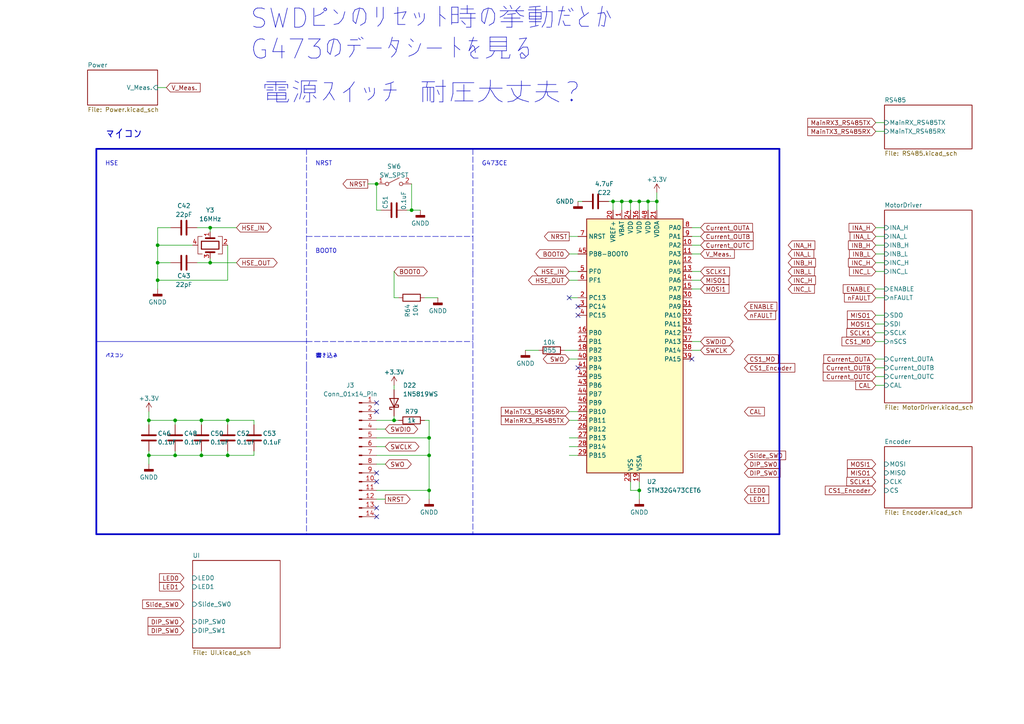
<source format=kicad_sch>
(kicad_sch (version 20230121) (generator eeschema)
  (paper "A4")
  (lib_symbols
    (symbol "Connector:Conn_01x14_Pin" (pin_names (offset 1.016) hide)
      (property "Reference" "J" (at 0 17.78 0))
      (property "Value" "Conn_01x14_Pin" (at 0 -20.32 0))
      (symbol "Conn_01x14_Pin_1_1"
        (polyline (pts (xy 1.27 -17.78) (xy 0.8636 -17.78)) (stroke (width 0.1524)))
        (polyline (pts (xy 1.27 -15.24) (xy 0.8636 -15.24)) (stroke (width 0.1524)))
        (polyline (pts (xy 1.27 -12.7) (xy 0.8636 -12.7)) (stroke (width 0.1524)))
        (polyline (pts (xy 1.27 -10.16) (xy 0.8636 -10.16)) (stroke (width 0.1524)))
        (polyline (pts (xy 1.27 -7.62) (xy 0.8636 -7.62)) (stroke (width 0.1524)))
        (polyline (pts (xy 1.27 -5.08) (xy 0.8636 -5.08)) (stroke (width 0.1524)))
        (polyline (pts (xy 1.27 -2.54) (xy 0.8636 -2.54)) (stroke (width 0.1524)))
        (polyline (pts (xy 1.27 0) (xy 0.8636 0)) (stroke (width 0.1524)))
        (polyline (pts (xy 1.27 2.54) (xy 0.8636 2.54)) (stroke (width 0.1524)))
        (polyline (pts (xy 1.27 5.08) (xy 0.8636 5.08)) (stroke (width 0.1524)))
        (polyline (pts (xy 1.27 7.62) (xy 0.8636 7.62)) (stroke (width 0.1524)))
        (polyline (pts (xy 1.27 10.16) (xy 0.8636 10.16)) (stroke (width 0.1524)))
        (polyline (pts (xy 1.27 12.7) (xy 0.8636 12.7)) (stroke (width 0.1524)))
        (polyline (pts (xy 1.27 15.24) (xy 0.8636 15.24)) (stroke (width 0.1524)))
        (rectangle (start 0.8636 -17.653) (end 0 -17.907) (stroke (width 0.1524)) (fill (type outline)))
        (rectangle (start 0.8636 -15.113) (end 0 -15.367) (stroke (width 0.1524)) (fill (type outline)))
        (rectangle (start 0.8636 -12.573) (end 0 -12.827) (stroke (width 0.1524)) (fill (type outline)))
        (rectangle (start 0.8636 -10.033) (end 0 -10.287) (stroke (width 0.1524)) (fill (type outline)))
        (rectangle (start 0.8636 -7.493) (end 0 -7.747) (stroke (width 0.1524)) (fill (type outline)))
        (rectangle (start 0.8636 -4.953) (end 0 -5.207) (stroke (width 0.1524)) (fill (type outline)))
        (rectangle (start 0.8636 -2.413) (end 0 -2.667) (stroke (width 0.1524)) (fill (type outline)))
        (rectangle (start 0.8636 0.127) (end 0 -0.127) (stroke (width 0.1524)) (fill (type outline)))
        (rectangle (start 0.8636 2.667) (end 0 2.413) (stroke (width 0.1524)) (fill (type outline)))
        (rectangle (start 0.8636 5.207) (end 0 4.953) (stroke (width 0.1524)) (fill (type outline)))
        (rectangle (start 0.8636 7.747) (end 0 7.493) (stroke (width 0.1524)) (fill (type outline)))
        (rectangle (start 0.8636 10.287) (end 0 10.033) (stroke (width 0.1524)) (fill (type outline)))
        (rectangle (start 0.8636 12.827) (end 0 12.573) (stroke (width 0.1524)) (fill (type outline)))
        (rectangle (start 0.8636 15.367) (end 0 15.113) (stroke (width 0.1524)) (fill (type outline)))
        (pin passive line (at 5.08 15.24 180) (length 3.81) (name "Pin_1") (number "1"))
        (pin passive line (at 5.08 -7.62 180) (length 3.81) (name "Pin_10") (number "10"))
        (pin passive line (at 5.08 -10.16 180) (length 3.81) (name "Pin_11") (number "11"))
        (pin passive line (at 5.08 -12.7 180) (length 3.81) (name "Pin_12") (number "12"))
        (pin passive line (at 5.08 -15.24 180) (length 3.81) (name "Pin_13") (number "13"))
        (pin passive line (at 5.08 -17.78 180) (length 3.81) (name "Pin_14") (number "14"))
        (pin passive line (at 5.08 12.7 180) (length 3.81) (name "Pin_2") (number "2"))
        (pin passive line (at 5.08 10.16 180) (length 3.81) (name "Pin_3") (number "3"))
        (pin passive line (at 5.08 7.62 180) (length 3.81) (name "Pin_4") (number "4"))
        (pin passive line (at 5.08 5.08 180) (length 3.81) (name "Pin_5") (number "5"))
        (pin passive line (at 5.08 2.54 180) (length 3.81) (name "Pin_6") (number "6"))
        (pin passive line (at 5.08 0 180) (length 3.81) (name "Pin_7") (number "7"))
        (pin passive line (at 5.08 -2.54 180) (length 3.81) (name "Pin_8") (number "8"))
        (pin passive line (at 5.08 -5.08 180) (length 3.81) (name "Pin_9") (number "9"))
      )
    )
    (symbol "D_Schottky_3" (pin_numbers hide) (pin_names (offset 1.016) hide)
      (property "Reference" "D" (at 0 2.54 0))
      (property "Value" "D_Schottky_3" (at 0 -2.54 0))
      (symbol "D_Schottky_3_0_1"
        (polyline (pts (xy 1.27 0) (xy -1.27 0)))
        (polyline (pts (xy 1.27 1.27) (xy 1.27 -1.27) (xy -1.27 0) (xy 1.27 1.27)) (stroke (width 0.254)))
        (polyline (pts (xy -1.905 0.635) (xy -1.905 1.27) (xy -1.27 1.27) (xy -1.27 -1.27) (xy -0.635 -1.27) (xy -0.635 -0.635)) (stroke (width 0.254)))
      )
      (symbol "D_Schottky_3_1_1"
        (pin passive line (at -3.81 0 0) (length 2.54) (name "K") (number "1"))
        (pin passive line (at 3.81 0 180) (length 2.54) (name "A") (number "2"))
      )
    )
    (symbol "Device:C" (pin_numbers hide) (pin_names (offset 0.254))
      (property "Reference" "C" (at 0.635 2.54 0))
      (property "Value" "C" (at 0.635 -2.54 0))
      (symbol "C_0_1"
        (polyline (pts (xy -2.032 -0.762) (xy 2.032 -0.762)) (stroke (width 0.508)))
        (polyline (pts (xy -2.032 0.762) (xy 2.032 0.762)) (stroke (width 0.508)))
      )
      (symbol "C_1_1"
        (pin passive line (at 0 3.81 270) (length 2.794) (name "~") (number "1"))
        (pin passive line (at 0 -3.81 90) (length 2.794) (name "~") (number "2"))
      )
    )
    (symbol "Device:Crystal_GND24" (pin_names (offset 1.016) hide)
      (property "Reference" "Y" (at 3.175 5.08 0))
      (property "Value" "Crystal_GND24" (at 3.175 3.175 0))
      (symbol "Crystal_GND24_0_1"
        (rectangle (start -1.143 2.54) (end 1.143 -2.54) (stroke (width 0.3048)))
        (polyline (pts (xy -2.54 0) (xy -2.032 0)))
        (polyline (pts (xy -2.032 -1.27) (xy -2.032 1.27)) (stroke (width 0.508)))
        (polyline (pts (xy 0 -3.81) (xy 0 -3.556)))
        (polyline (pts (xy 0 3.556) (xy 0 3.81)))
        (polyline (pts (xy 2.032 -1.27) (xy 2.032 1.27)) (stroke (width 0.508)))
        (polyline (pts (xy 2.032 0) (xy 2.54 0)))
        (polyline (pts (xy -2.54 -2.286) (xy -2.54 -3.556) (xy 2.54 -3.556) (xy 2.54 -2.286)))
        (polyline (pts (xy -2.54 2.286) (xy -2.54 3.556) (xy 2.54 3.556) (xy 2.54 2.286)))
      )
      (symbol "Crystal_GND24_1_1"
        (pin passive line (at -3.81 0 0) (length 1.27) (name "1") (number "1"))
        (pin passive line (at 0 5.08 270) (length 1.27) (name "2") (number "2"))
        (pin passive line (at 3.81 0 180) (length 1.27) (name "3") (number "3"))
        (pin passive line (at 0 -5.08 90) (length 1.27) (name "4") (number "4"))
      )
    )
    (symbol "Device:R" (pin_numbers hide) (pin_names (offset 0))
      (property "Reference" "R" (at 2.032 0 90))
      (property "Value" "R" (at 0 0 90))
      (symbol "R_0_1"
        (rectangle (start -1.016 -2.54) (end 1.016 2.54) (stroke (width 0.254)))
      )
      (symbol "R_1_1"
        (pin passive line (at 0 3.81 270) (length 1.27) (name "~") (number "1"))
        (pin passive line (at 0 -3.81 90) (length 1.27) (name "~") (number "2"))
      )
    )
    (symbol "MCU_ST_STM32G4:STM32G473CETx"
      (property "Reference" "U2" (at 4.7341 -38.1 0))
      (property "Value" "STM32G473CET6" (at 4.7341 -40.64 0))
      (symbol "STM32G473CETx_0_1"
        (rectangle (start -12.7 -35.56) (end 15.24 38.1) (stroke (width 0.254)) (fill (type background)))
      )
      (symbol "STM32G473CETx_1_1"
        (pin power_in line (at -2.54 40.64 270) (length 2.54) (name "VBAT") (number "1"))
        (pin bidirectional line (at 17.78 30.48 180) (length 2.54) (name "PA2") (number "10"))
        (pin bidirectional line (at 17.78 27.94 180) (length 2.54) (name "PA3") (number "11"))
        (pin bidirectional line (at 17.78 25.4 180) (length 2.54) (name "PA4") (number "12"))
        (pin bidirectional line (at 17.78 22.86 180) (length 2.54) (name "PA5") (number "13"))
        (pin bidirectional line (at 17.78 20.32 180) (length 2.54) (name "PA6") (number "14"))
        (pin bidirectional line (at 17.78 17.78 180) (length 2.54) (name "PA7") (number "15"))
        (pin bidirectional line (at -15.24 5.08 0) (length 2.54) (name "PB0") (number "16"))
        (pin bidirectional line (at -15.24 2.54 0) (length 2.54) (name "PB1") (number "17"))
        (pin bidirectional line (at -15.24 0 0) (length 2.54) (name "PB2") (number "18"))
        (pin power_in line (at 2.54 -38.1 90) (length 2.54) (name "VSSA") (number "19"))
        (pin bidirectional line (at -15.24 15.24 0) (length 2.54) (name "PC13") (number "2"))
        (pin input line (at -5.08 40.64 270) (length 2.54) (name "VREF+") (number "20"))
        (pin power_in line (at 7.62 40.64 270) (length 2.54) (name "VDDA") (number "21"))
        (pin bidirectional line (at -15.24 -17.78 0) (length 2.54) (name "PB10") (number "22"))
        (pin power_in line (at 0 -38.1 90) (length 2.54) (name "VSS") (number "23"))
        (pin power_in line (at 0 40.64 270) (length 2.54) (name "VDD") (number "24"))
        (pin bidirectional line (at -15.24 -20.32 0) (length 2.54) (name "PB11") (number "25"))
        (pin bidirectional line (at -15.24 -22.86 0) (length 2.54) (name "PB12") (number "26"))
        (pin bidirectional line (at -15.24 -25.4 0) (length 2.54) (name "PB13") (number "27"))
        (pin bidirectional line (at -15.24 -27.94 0) (length 2.54) (name "PB14") (number "28"))
        (pin bidirectional line (at -15.24 -30.48 0) (length 2.54) (name "PB15") (number "29"))
        (pin bidirectional line (at -15.24 12.7 0) (length 2.54) (name "PC14") (number "3"))
        (pin bidirectional line (at 17.78 15.24 180) (length 2.54) (name "PA8") (number "30"))
        (pin bidirectional line (at 17.78 12.7 180) (length 2.54) (name "PA9") (number "31"))
        (pin bidirectional line (at 17.78 10.16 180) (length 2.54) (name "PA10") (number "32"))
        (pin bidirectional line (at 17.78 7.62 180) (length 2.54) (name "PA11") (number "33"))
        (pin bidirectional line (at 17.78 5.08 180) (length 2.54) (name "PA12") (number "34"))
        (pin passive line (at 0 -38.1 90) (length 2.54) hide (name "VSS") (number "35"))
        (pin power_in line (at 2.54 40.64 270) (length 2.54) (name "VDD") (number "36"))
        (pin bidirectional line (at 17.78 2.54 180) (length 2.54) (name "PA13") (number "37"))
        (pin bidirectional line (at 17.78 0 180) (length 2.54) (name "PA14") (number "38"))
        (pin bidirectional line (at 17.78 -2.54 180) (length 2.54) (name "PA15") (number "39"))
        (pin bidirectional line (at -15.24 10.16 0) (length 2.54) (name "PC15") (number "4"))
        (pin bidirectional line (at -15.24 -2.54 0) (length 2.54) (name "PB3") (number "40"))
        (pin bidirectional line (at -15.24 -5.08 0) (length 2.54) (name "PB4") (number "41"))
        (pin bidirectional line (at -15.24 -7.62 0) (length 2.54) (name "PB5") (number "42"))
        (pin bidirectional line (at -15.24 -10.16 0) (length 2.54) (name "PB6") (number "43"))
        (pin bidirectional line (at -15.24 -12.7 0) (length 2.54) (name "PB7") (number "44"))
        (pin bidirectional line (at -15.24 27.94 0) (length 2.54) (name "PB8-BOOT0") (number "45"))
        (pin bidirectional line (at -15.24 -15.24 0) (length 2.54) (name "PB9") (number "46"))
        (pin passive line (at 0 -38.1 90) (length 2.54) hide (name "VSS") (number "47"))
        (pin power_in line (at 5.08 40.64 270) (length 2.54) (name "VDD") (number "48"))
        (pin bidirectional line (at -15.24 22.86 0) (length 2.54) (name "PF0") (number "5"))
        (pin bidirectional line (at -15.24 20.32 0) (length 2.54) (name "PF1") (number "6"))
        (pin bidirectional line (at -15.24 33.02 0) (length 2.54) (name "NRST") (number "7"))
        (pin bidirectional line (at 17.78 35.56 180) (length 2.54) (name "PA0") (number "8"))
        (pin bidirectional line (at 17.78 33.02 180) (length 2.54) (name "PA1") (number "9"))
      )
    )
    (symbol "Switch:SW_SPST" (pin_names (offset 0) hide)
      (property "Reference" "SW" (at 0 3.175 0))
      (property "Value" "SW_SPST" (at 0 -2.54 0))
      (symbol "SW_SPST_0_0"
        (circle (center -2.032 0) (radius 0.508))
        (polyline (pts (xy -1.524 0.254) (xy 1.524 1.778)))
        (circle (center 2.032 0) (radius 0.508))
      )
      (symbol "SW_SPST_1_1"
        (pin passive line (at -5.08 0 0) (length 2.54) (name "A") (number "1"))
        (pin passive line (at 5.08 0 180) (length 2.54) (name "B") (number "2"))
      )
    )
    (symbol "power:+3.3V" (power) (pin_names (offset 0))
      (property "Value" "+3.3V" (at 0 3.556 0))
      (symbol "+3.3V_0_1"
        (polyline (pts (xy -0.762 1.27) (xy 0 2.54)))
        (polyline (pts (xy 0 0) (xy 0 2.54)))
        (polyline (pts (xy 0 2.54) (xy 0.762 1.27)))
      )
      (symbol "+3.3V_1_1"
        (pin power_in line (at 0 0 90) (length 0) hide (name "+3.3V") (number "1"))
      )
    )
    (symbol "power:GNDD" (power) (pin_names (offset 0))
      (property "Value" "GNDD" (at 0 -3.175 0))
      (symbol "GNDD_0_1"
        (rectangle (start -1.27 -1.524) (end 1.27 -2.032) (stroke (width 0.254)) (fill (type outline)))
        (polyline (pts (xy 0 0) (xy 0 -1.524)))
      )
      (symbol "GNDD_1_1"
        (pin power_in line (at 0 0 270) (length 0) hide (name "GNDD") (number "1"))
      )
    )
  )
  (junction (at 124.46 132.08))
  (junction (at 45.72 76.2))
  (junction (at 43.18 132.08))
  (junction (at 58.42 121.92))
  (junction (at 109.22 53.34))
  (junction (at 182.88 58.42))
  (junction (at 185.42 142.24))
  (junction (at 180.34 58.42))
  (junction (at 66.04 121.92))
  (junction (at 114.3 121.92))
  (junction (at 60.96 66.04))
  (junction (at 124.46 142.24))
  (junction (at 66.04 132.08))
  (junction (at 124.46 127))
  (junction (at 190.5 58.42))
  (junction (at 60.96 76.2))
  (junction (at 45.72 71.12))
  (junction (at 43.18 121.92))
  (junction (at 50.8 132.08))
  (junction (at 177.8 58.42))
  (junction (at 119.38 60.96))
  (junction (at 50.8 121.92))
  (junction (at 187.96 58.42))
  (junction (at 185.42 58.42))
  (junction (at 45.72 81.28))
  (junction (at 58.42 132.08))
  (no_connect (at 109.22 119.38))
  (no_connect (at 109.22 137.16))
  (no_connect (at 167.64 91.44))
  (no_connect (at 109.22 147.32))
  (no_connect (at 165.1 86.36))
  (no_connect (at 167.64 106.68))
  (no_connect (at 167.64 88.9))
  (no_connect (at 109.22 149.86))
  (no_connect (at 109.22 116.84))
  (no_connect (at 200.66 104.14))
  (no_connect (at 109.22 139.7))
  (wire (pts (xy 254 73.66) (xy 256.54 73.66)))
  (wire (pts (xy 68.58 66.04) (xy 60.96 66.04)))
  (wire (pts (xy 109.22 127) (xy 124.46 127)))
  (wire (pts (xy 165.1 104.14) (xy 167.64 104.14)))
  (wire (pts (xy 45.72 81.28) (xy 66.04 81.28)))
  (wire (pts (xy 60.96 76.2) (xy 68.58 76.2)))
  (wire (pts (xy 124.46 121.92) (xy 124.46 127)))
  (wire (pts (xy 58.42 132.08) (xy 66.04 132.08)))
  (wire (pts (xy 119.38 53.34) (xy 119.38 60.96)))
  (polyline (pts (xy 137.16 78.74) (xy 137.16 154.94)) (stroke (width 0) (type dash)))
  (wire (pts (xy 200.66 73.66) (xy 203.2 73.66)))
  (wire (pts (xy 66.04 71.12) (xy 66.04 81.28)))
  (wire (pts (xy 106.68 53.34) (xy 109.22 53.34)))
  (wire (pts (xy 185.42 142.24) (xy 185.42 144.78)))
  (wire (pts (xy 165.1 86.36) (xy 167.64 86.36)))
  (wire (pts (xy 43.18 121.92) (xy 50.8 121.92)))
  (wire (pts (xy 119.38 60.96) (xy 121.92 60.96)))
  (wire (pts (xy 114.3 120.65) (xy 114.3 121.92)))
  (wire (pts (xy 190.5 58.42) (xy 190.5 60.96)))
  (wire (pts (xy 165.1 119.38) (xy 167.64 119.38)))
  (wire (pts (xy 124.46 142.24) (xy 124.46 132.08)))
  (wire (pts (xy 254 83.82) (xy 256.54 83.82)))
  (wire (pts (xy 185.42 142.24) (xy 185.42 139.7)))
  (wire (pts (xy 58.42 130.81) (xy 58.42 132.08)))
  (wire (pts (xy 254 91.44) (xy 256.54 91.44)))
  (wire (pts (xy 165.1 129.54) (xy 167.64 129.54)))
  (wire (pts (xy 156.21 101.6) (xy 152.4 101.6)))
  (wire (pts (xy 43.18 119.38) (xy 43.18 121.92)))
  (wire (pts (xy 200.66 66.04) (xy 203.2 66.04)))
  (wire (pts (xy 254 109.22) (xy 256.54 109.22)))
  (wire (pts (xy 200.66 78.74) (xy 203.2 78.74)))
  (wire (pts (xy 114.3 111.76) (xy 114.3 113.03)))
  (wire (pts (xy 165.1 81.28) (xy 167.64 81.28)))
  (wire (pts (xy 124.46 144.78) (xy 124.46 142.24)))
  (wire (pts (xy 119.38 60.96) (xy 118.11 60.96)))
  (wire (pts (xy 109.22 124.46) (xy 111.76 124.46)))
  (wire (pts (xy 165.1 121.92) (xy 167.64 121.92)))
  (wire (pts (xy 182.88 142.24) (xy 182.88 139.7)))
  (wire (pts (xy 200.66 71.12) (xy 203.2 71.12)))
  (wire (pts (xy 57.15 76.2) (xy 60.96 76.2)))
  (wire (pts (xy 43.18 132.08) (xy 43.18 134.62)))
  (wire (pts (xy 254 93.98) (xy 256.54 93.98)))
  (wire (pts (xy 200.66 99.06) (xy 203.2 99.06)))
  (wire (pts (xy 187.96 58.42) (xy 190.5 58.42)))
  (wire (pts (xy 45.72 66.04) (xy 45.72 71.12)))
  (wire (pts (xy 43.18 121.92) (xy 43.18 123.19)))
  (polyline (pts (xy 88.9 43.18) (xy 88.9 106.68)) (stroke (width 0) (type dash)))
  (wire (pts (xy 182.88 142.24) (xy 185.42 142.24)))
  (wire (pts (xy 254 99.06) (xy 256.54 99.06)))
  (wire (pts (xy 109.22 132.08) (xy 124.46 132.08)))
  (wire (pts (xy 109.22 144.78) (xy 111.76 144.78)))
  (wire (pts (xy 180.34 60.96) (xy 180.34 58.42)))
  (wire (pts (xy 254 35.56) (xy 256.54 35.56)))
  (wire (pts (xy 114.3 86.36) (xy 115.57 86.36)))
  (wire (pts (xy 182.88 58.42) (xy 185.42 58.42)))
  (wire (pts (xy 190.5 55.88) (xy 190.5 58.42)))
  (polyline (pts (xy 88.9 106.68) (xy 88.9 154.94)) (stroke (width 0) (type dash)))
  (wire (pts (xy 45.72 83.82) (xy 45.72 81.28)))
  (wire (pts (xy 60.96 66.04) (xy 60.96 67.31)))
  (wire (pts (xy 114.3 121.92) (xy 115.57 121.92)))
  (wire (pts (xy 45.72 76.2) (xy 45.72 81.28)))
  (wire (pts (xy 182.88 58.42) (xy 182.88 60.96)))
  (wire (pts (xy 165.1 78.74) (xy 167.64 78.74)))
  (wire (pts (xy 165.1 73.66) (xy 167.64 73.66)))
  (wire (pts (xy 73.66 132.08) (xy 73.66 130.81)))
  (wire (pts (xy 43.18 132.08) (xy 50.8 132.08)))
  (wire (pts (xy 165.1 68.58) (xy 167.64 68.58)))
  (wire (pts (xy 185.42 58.42) (xy 187.96 58.42)))
  (wire (pts (xy 254 38.1) (xy 256.54 38.1)))
  (wire (pts (xy 176.53 58.42) (xy 177.8 58.42)))
  (wire (pts (xy 109.22 134.62) (xy 111.76 134.62)))
  (wire (pts (xy 109.22 60.96) (xy 110.49 60.96)))
  (wire (pts (xy 109.22 129.54) (xy 111.76 129.54)))
  (wire (pts (xy 114.3 121.92) (xy 109.22 121.92)))
  (wire (pts (xy 180.34 58.42) (xy 182.88 58.42)))
  (polyline (pts (xy 88.9 68.58) (xy 137.16 68.58)) (stroke (width 0) (type dash)))
  (wire (pts (xy 50.8 130.81) (xy 50.8 132.08)))
  (polyline (pts (xy 27.94 154.94) (xy 226.06 154.94)) (stroke (width 0.5) (type solid)))
  (wire (pts (xy 123.19 121.92) (xy 124.46 121.92)))
  (wire (pts (xy 114.3 78.74) (xy 114.3 86.36)))
  (wire (pts (xy 73.66 121.92) (xy 73.66 123.19)))
  (wire (pts (xy 66.04 121.92) (xy 66.04 123.19)))
  (polyline (pts (xy 27.94 43.18) (xy 226.06 43.18)) (stroke (width 0.5) (type solid)))
  (wire (pts (xy 58.42 121.92) (xy 66.04 121.92)))
  (wire (pts (xy 254 106.68) (xy 256.54 106.68)))
  (wire (pts (xy 43.18 130.81) (xy 43.18 132.08)))
  (wire (pts (xy 66.04 130.81) (xy 66.04 132.08)))
  (wire (pts (xy 50.8 132.08) (xy 58.42 132.08)))
  (wire (pts (xy 177.8 58.42) (xy 180.34 58.42)))
  (wire (pts (xy 185.42 60.96) (xy 185.42 58.42)))
  (polyline (pts (xy 137.16 43.18) (xy 137.16 78.74)) (stroke (width 0) (type dash)))
  (wire (pts (xy 254 96.52) (xy 256.54 96.52)))
  (wire (pts (xy 167.64 101.6) (xy 163.83 101.6)))
  (wire (pts (xy 45.72 25.4) (xy 48.26 25.4)))
  (wire (pts (xy 200.66 83.82) (xy 203.2 83.82)))
  (wire (pts (xy 123.19 86.36) (xy 127 86.36)))
  (wire (pts (xy 254 68.58) (xy 256.54 68.58)))
  (wire (pts (xy 60.96 74.93) (xy 60.96 76.2)))
  (wire (pts (xy 109.22 53.34) (xy 109.22 60.96)))
  (polyline (pts (xy 88.9 99.06) (xy 137.16 99.06)) (stroke (width 0) (type dash)))
  (wire (pts (xy 58.42 121.92) (xy 58.42 123.19)))
  (wire (pts (xy 66.04 132.08) (xy 73.66 132.08)))
  (wire (pts (xy 168.91 58.42) (xy 167.64 58.42)))
  (wire (pts (xy 254 104.14) (xy 256.54 104.14)))
  (wire (pts (xy 254 78.74) (xy 256.54 78.74)))
  (polyline (pts (xy 226.06 154.94) (xy 226.06 43.18)) (stroke (width 0.5) (type solid)))
  (wire (pts (xy 254 86.36) (xy 256.54 86.36)))
  (wire (pts (xy 200.66 81.28) (xy 203.2 81.28)))
  (wire (pts (xy 165.1 132.08) (xy 167.64 132.08)))
  (wire (pts (xy 165.1 127) (xy 167.64 127)))
  (wire (pts (xy 57.15 66.04) (xy 60.96 66.04)))
  (wire (pts (xy 177.8 58.42) (xy 177.8 60.96)))
  (wire (pts (xy 187.96 58.42) (xy 187.96 60.96)))
  (wire (pts (xy 254 111.76) (xy 256.54 111.76)))
  (wire (pts (xy 254 66.04) (xy 256.54 66.04)))
  (wire (pts (xy 109.22 142.24) (xy 124.46 142.24)))
  (wire (pts (xy 45.72 71.12) (xy 55.88 71.12)))
  (wire (pts (xy 66.04 121.92) (xy 73.66 121.92)))
  (wire (pts (xy 254 76.2) (xy 256.54 76.2)))
  (polyline (pts (xy 27.94 43.18) (xy 27.94 154.94)) (stroke (width 0.5) (type solid)))
  (wire (pts (xy 254 71.12) (xy 256.54 71.12)))
  (wire (pts (xy 124.46 132.08) (xy 124.46 127)))
  (wire (pts (xy 45.72 71.12) (xy 45.72 76.2)))
  (wire (pts (xy 50.8 121.92) (xy 50.8 123.19)))
  (wire (pts (xy 49.53 66.04) (xy 45.72 66.04)))
  (wire (pts (xy 50.8 121.92) (xy 58.42 121.92)))
  (wire (pts (xy 45.72 76.2) (xy 49.53 76.2)))
  (wire (pts (xy 200.66 68.58) (xy 203.2 68.58)))
  (wire (pts (xy 200.66 101.6) (xy 203.2 101.6)))
  (rectangle (start 27.94 99.06) (end 88.9 99.06))
  (text "G473CE" (at 139.7 48.26 0) (effects (font (size 1.27 1.27)) (justify left bottom)))
  (text "電源スイッチ　耐圧大丈夫？" (at 76.2 30.48 0) (effects (font (size 5.56 5.56)) (justify left bottom)))
  (text "マイコンなどの起動管理システム\nダイオードなど耐圧確認\nBOOTのプルダウンとかなんだとか\nSWDピンのリセット時の挙動だとか\nG473のデータシートを見る" (at 72.39 17.78 0) (effects (font (size 5.56 5.56)) (justify left bottom)))
  (text "HSE" (at 30.48 48.26 0) (effects (font (size 1.27 1.27)) (justify left bottom)))
  (text "マイコン" (at 30.48 40.64 0) (effects (font (size 2.54 2.54) (thickness 0.254) bold) (justify left bottom)))
  (text "書き込み" (at 91.44 104.14 0) (effects (font (size 1.27 1.27)) (justify left bottom)))
  (text "BOOT0" (at 91.44 73.66 0) (effects (font (size 1.27 1.27)) (justify left bottom)))
  (text "NRST" (at 91.44 48.26 0) (effects (font (size 1.27 1.27)) (justify left bottom)))
  (text "パスコン" (at 30.48 104.14 0) (effects (font (size 1.27 1.27)) (justify left bottom)))
  (global_label "LED0" (shape input) (at 53.34 167.64 180) (property "Intersheetrefs" "${INTERSHEET_REFS}" (effects hide)))
  (global_label "DIP_SW0" (shape input) (at 53.34 180.34 180) (property "Intersheetrefs" "${INTERSHEET_REFS}" (effects hide)))
  (global_label "INA_H" (shape input) (at 254 66.04 180) (property "Intersheetrefs" "${INTERSHEET_REFS}" (effects hide)))
  (global_label "NRST" (shape output) (at 106.68 53.34 180) (property "Intersheetrefs" "${INTERSHEET_REFS}" (effects hide)))
  (global_label "MOSI1" (shape input) (at 254 134.62 180) (property "Intersheetrefs" "${INTERSHEET_REFS}" (effects hide)))
  (global_label "ENABLE" (shape input) (at 254 83.82 180) (property "Intersheetrefs" "${INTERSHEET_REFS}" (effects hide)))
  (global_label "LED0" (shape input) (at 215.9 142.24 0) (property "Intersheetrefs" "${INTERSHEET_REFS}" (effects hide)))
  (global_label "LED1" (shape input) (at 53.34 170.18 180) (property "Intersheetrefs" "${INTERSHEET_REFS}" (effects hide)))
  (global_label "MOSI1" (shape input) (at 203.2 83.82 0) (property "Intersheetrefs" "${INTERSHEET_REFS}" (effects hide)))
  (global_label "ENABLE" (shape input) (at 215.9 88.9 0) (property "Intersheetrefs" "${INTERSHEET_REFS}" (effects hide)))
  (global_label "SWCLK" (shape bidirectional) (at 111.76 129.54 0) (property "Intersheetrefs" "${INTERSHEET_REFS}" (effects hide)))
  (global_label "CS1_Encoder" (shape input) (at 215.9 106.68 0) (property "Intersheetrefs" "${INTERSHEET_REFS}" (effects hide)))
  (global_label "SWO" (shape bidirectional) (at 165.1 104.14 180) (property "Intersheetrefs" "${INTERSHEET_REFS}" (effects hide)))
  (global_label "CS1_MD" (shape input) (at 215.9 104.14 0) (property "Intersheetrefs" "${INTERSHEET_REFS}" (effects hide)))
  (global_label "INC_L" (shape input) (at 228.6 83.82 0) (property "Intersheetrefs" "${INTERSHEET_REFS}" (effects hide)))
  (global_label "SWCLK" (shape bidirectional) (at 203.2 101.6 0) (property "Intersheetrefs" "${INTERSHEET_REFS}" (effects hide)))
  (global_label "Current_OUTB" (shape input) (at 254 106.68 180) (property "Intersheetrefs" "${INTERSHEET_REFS}" (effects hide)))
  (global_label "INC_H" (shape input) (at 228.6 81.28 0) (property "Intersheetrefs" "${INTERSHEET_REFS}" (effects hide)))
  (global_label "MISO1" (shape input) (at 203.2 81.28 0) (property "Intersheetrefs" "${INTERSHEET_REFS}" (effects hide)))
  (global_label "nFAULT" (shape input) (at 254 86.36 180) (property "Intersheetrefs" "${INTERSHEET_REFS}" (effects hide)))
  (global_label "Current_OUTC" (shape input) (at 203.2 71.12 0) (property "Intersheetrefs" "${INTERSHEET_REFS}" (effects hide)))
  (global_label "INC_H" (shape input) (at 254 76.2 180) (property "Intersheetrefs" "${INTERSHEET_REFS}" (effects hide)))
  (global_label "MainTX3_RS485RX" (shape input) (at 254 38.1 180) (property "Intersheetrefs" "${INTERSHEET_REFS}" (effects hide)))
  (global_label "INC_L" (shape input) (at 254 78.74 180) (property "Intersheetrefs" "${INTERSHEET_REFS}" (effects hide)))
  (global_label "SWDIO" (shape bidirectional) (at 203.2 99.06 0) (property "Intersheetrefs" "${INTERSHEET_REFS}" (effects hide)))
  (global_label "MISO1" (shape input) (at 254 137.16 180) (property "Intersheetrefs" "${INTERSHEET_REFS}" (effects hide)))
  (global_label "Slide_SW0" (shape input) (at 215.9 132.08 0) (property "Intersheetrefs" "${INTERSHEET_REFS}" (effects hide)))
  (global_label "SCLK1" (shape input) (at 254 96.52 180) (property "Intersheetrefs" "${INTERSHEET_REFS}" (effects hide)))
  (global_label "BOOT0" (shape bidirectional) (at 165.1 73.66 180) (property "Intersheetrefs" "${INTERSHEET_REFS}" (effects hide)))
  (global_label "CAL" (shape input) (at 215.9 119.38 0) (property "Intersheetrefs" "${INTERSHEET_REFS}" (effects hide)))
  (global_label "INB_H" (shape input) (at 254 71.12 180) (property "Intersheetrefs" "${INTERSHEET_REFS}" (effects hide)))
  (global_label "MainTX3_RS485RX" (shape input) (at 165.1 119.38 180) (property "Intersheetrefs" "${INTERSHEET_REFS}" (effects hide)))
  (global_label "INB_L" (shape input) (at 228.6 78.74 0) (property "Intersheetrefs" "${INTERSHEET_REFS}" (effects hide)))
  (global_label "MISO1" (shape input) (at 254 91.44 180) (property "Intersheetrefs" "${INTERSHEET_REFS}" (effects hide)))
  (global_label "LED1" (shape input) (at 215.9 144.78 0) (property "Intersheetrefs" "${INTERSHEET_REFS}" (effects hide)))
  (global_label "V_Meas." (shape input) (at 203.2 73.66 0) (property "Intersheetrefs" "${INTERSHEET_REFS}" (effects hide)))
  (global_label "Current_OUTC" (shape input) (at 254 109.22 180) (property "Intersheetrefs" "${INTERSHEET_REFS}" (effects hide)))
  (global_label "HSE_OUT" (shape bidirectional) (at 165.1 81.28 180) (property "Intersheetrefs" "${INTERSHEET_REFS}" (effects hide)))
  (global_label "MainRX3_RS485TX" (shape input) (at 254 35.56 180) (property "Intersheetrefs" "${INTERSHEET_REFS}" (effects hide)))
  (global_label "INB_H" (shape input) (at 228.6 76.2 0) (property "Intersheetrefs" "${INTERSHEET_REFS}" (effects hide)))
  (global_label "CAL" (shape input) (at 254 111.76 180) (property "Intersheetrefs" "${INTERSHEET_REFS}" (effects hide)))
  (global_label "NRST" (shape output) (at 111.76 144.78 0) (property "Intersheetrefs" "${INTERSHEET_REFS}" (effects hide)))
  (global_label "SWO" (shape bidirectional) (at 111.76 134.62 0) (property "Intersheetrefs" "${INTERSHEET_REFS}" (effects hide)))
  (global_label "Slide_SW0" (shape input) (at 53.34 175.26 180) (property "Intersheetrefs" "${INTERSHEET_REFS}" (effects hide)))
  (global_label "Current_OUTB" (shape input) (at 203.2 68.58 0) (property "Intersheetrefs" "${INTERSHEET_REFS}" (effects hide)))
  (global_label "Current_OUTA" (shape input) (at 203.2 66.04 0) (property "Intersheetrefs" "${INTERSHEET_REFS}" (effects hide)))
  (global_label "MOSI1" (shape input) (at 254 93.98 180) (property "Intersheetrefs" "${INTERSHEET_REFS}" (effects hide)))
  (global_label "INA_L" (shape input) (at 228.6 73.66 0) (property "Intersheetrefs" "${INTERSHEET_REFS}" (effects hide)))
  (global_label "HSE_IN" (shape bidirectional) (at 68.58 66.04 0) (property "Intersheetrefs" "${INTERSHEET_REFS}" (effects hide)))
  (global_label "INA_L" (shape input) (at 254 68.58 180) (property "Intersheetrefs" "${INTERSHEET_REFS}" (effects hide)))
  (global_label "CS1_Encoder" (shape input) (at 254 142.24 180) (property "Intersheetrefs" "${INTERSHEET_REFS}" (effects hide)))
  (global_label "NRST" (shape output) (at 165.1 68.58 180) (property "Intersheetrefs" "${INTERSHEET_REFS}" (effects hide)))
  (global_label "SWDIO" (shape bidirectional) (at 111.76 124.46 0) (property "Intersheetrefs" "${INTERSHEET_REFS}" (effects hide)))
  (global_label "nFAULT" (shape input) (at 215.9 91.44 0) (property "Intersheetrefs" "${INTERSHEET_REFS}" (effects hide)))
  (global_label "DIP_SW0" (shape input) (at 215.9 134.62 0) (property "Intersheetrefs" "${INTERSHEET_REFS}" (effects hide)))
  (global_label "SCLK1" (shape input) (at 203.2 78.74 0) (property "Intersheetrefs" "${INTERSHEET_REFS}" (effects hide)))
  (global_label "INA_H" (shape input) (at 228.6 71.12 0) (property "Intersheetrefs" "${INTERSHEET_REFS}" (effects hide)))
  (global_label "BOOT0" (shape bidirectional) (at 114.3 78.74 0) (property "Intersheetrefs" "${INTERSHEET_REFS}" (effects hide)))
  (global_label "INB_L" (shape input) (at 254 73.66 180) (property "Intersheetrefs" "${INTERSHEET_REFS}" (effects hide)))
  (global_label "V_Meas." (shape input) (at 48.26 25.4 0) (property "Intersheetrefs" "${INTERSHEET_REFS}" (effects hide)))
  (global_label "Current_OUTA" (shape input) (at 254 104.14 180) (property "Intersheetrefs" "${INTERSHEET_REFS}" (effects hide)))
  (global_label "MainRX3_RS485TX" (shape input) (at 165.1 121.92 180) (property "Intersheetrefs" "${INTERSHEET_REFS}" (effects hide)))
  (global_label "HSE_OUT" (shape bidirectional) (at 68.58 76.2 0) (property "Intersheetrefs" "${INTERSHEET_REFS}" (effects hide)))
  (global_label "DIP_SW0" (shape input) (at 53.34 182.88 180) (property "Intersheetrefs" "${INTERSHEET_REFS}" (effects hide)))
  (global_label "HSE_IN" (shape bidirectional) (at 165.1 78.74 180) (property "Intersheetrefs" "${INTERSHEET_REFS}" (effects hide)))
  (global_label "SCLK1" (shape input) (at 254 139.7 180) (property "Intersheetrefs" "${INTERSHEET_REFS}" (effects hide)))
  (global_label "DIP_SW0" (shape input) (at 215.9 137.16 0) (property "Intersheetrefs" "${INTERSHEET_REFS}" (effects hide)))
  (global_label "CS1_MD" (shape input) (at 254 99.06 180) (property "Intersheetrefs" "${INTERSHEET_REFS}" (effects hide)))
  (symbol (lib_id "power:GNDD") (at 45.72 83.82 0) (unit 1)
    (property "Reference" "#PWR074" (effects hide))
    (property "Value" "GNDD" (at 45.72 87.63 0))
  )
  (symbol (lib_id "power:+3.3V") (at 114.3 111.76 0) (unit 1)
    (property "Reference" "#PWR096" (effects hide))
    (property "Value" "+3.3V" (at 114.3 107.95 0))
  )
  (symbol (lib_id "power:GNDD") (at 124.46 144.78 0) (unit 1)
    (property "Reference" "#PWR097" (effects hide))
    (property "Value" "GNDD" (at 124.46 148.59 0))
  )
  (symbol (lib_id "power:GNDD") (at 121.92 60.96 0) (unit 1)
    (property "Reference" "#PWR077" (effects hide))
    (property "Value" "GNDD" (at 121.92 64.77 0))
  )
  (symbol (lib_id "Device:C") (at 43.18 127 0) (unit 1)
    (property "Reference" "C46" (at 45.72 125.73 0) (effects (justify left)))
    (property "Value" "0.1uF" (at 45.72 128.27 0) (effects (justify left)))
    (property "Footprint" "Capacitor_SMD:C_0402_1005Metric" (effects hide))
  )
  (symbol (lib_id "Device:C") (at 172.72 58.42 90) (mirror x) (unit 1)
    (property "Reference" "C22" (at 175.26 55.88 90))
    (property "Value" "4.7uF" (at 175.26 53.34 90))
    (property "Footprint" "Capacitor_SMD:C_0603_1608Metric" (effects hide))
  )
  (symbol (lib_id "power:GNDD") (at 167.64 58.42 0) (unit 1)
    (property "Reference" "#PWR087" (effects hide))
    (property "Value" "GNDD" (at 163.83 58.42 0))
  )
  (symbol (lib_id "MCU_ST_STM32G4:STM32G473CETx") (at 182.88 101.6 0) (unit 1)
    (property "Reference" "U2" (at 187.6141 139.7 0) (effects (justify left)))
    (property "Value" "STM32G473CET6" (at 187.6141 142.24 0) (effects (justify left)))
    (property "Footprint" "Package_QFP:LQFP-48_7x7mm_P0.5mm" (effects hide))
    (property "Datasheet" "https://www.st.com/resource/en/datasheet/stm32g473ce.pdf" (effects hide))
  )
  (symbol (lib_name "D_Schottky_3") (lib_id "Device:D_Schottky") (at 114.3 116.84 90) (unit 1)
    (property "Reference" "D22" (at 116.84 111.76 90) (effects (justify right)))
    (property "Value" "1N5819WS" (at 116.84 114.3 90) (effects (justify right)))
    (property "Footprint" "Diode_SMD:D_SOD-323_HandSoldering" (effects hide))
  )
  (symbol (lib_id "Device:C") (at 58.42 127 0) (unit 1)
    (property "Reference" "C50" (at 60.96 125.73 0) (effects (justify left)))
    (property "Value" "0.1uF" (at 60.96 128.27 0) (effects (justify left)))
    (property "Footprint" "Capacitor_SMD:C_0402_1005Metric" (effects hide))
  )
  (symbol (lib_id "Device:C") (at 50.8 127 0) (unit 1)
    (property "Reference" "C48" (at 53.34 125.73 0) (effects (justify left)))
    (property "Value" "0.1uF" (at 53.34 128.27 0) (effects (justify left)))
    (property "Footprint" "Capacitor_SMD:C_0402_1005Metric" (effects hide))
  )
  (symbol (lib_id "Device:C") (at 114.3 60.96 90) (unit 1)
    (property "Reference" "C51" (at 111.76 58.674 0))
    (property "Value" "0.1uF" (at 117.094 58.166 0))
    (property "Footprint" "Capacitor_SMD:C_0402_1005Metric" (effects hide))
  )
  (symbol (lib_id "power:GNDD") (at 127 86.36 0) (unit 1)
    (property "Reference" "#PWR083" (effects hide))
    (property "Value" "GNDD" (at 127 90.17 0))
  )
  (symbol (lib_id "Device:R") (at 119.38 86.36 90) (mirror x) (unit 1)
    (property "Reference" "R64" (at 118.2116 88.138 0) (effects (justify left)))
    (property "Value" "10k" (at 120.523 88.138 0) (effects (justify left)))
    (property "Footprint" "Resistor_SMD:R_0402_1005Metric" (effects hide))
  )
  (symbol (lib_id "Device:Crystal_GND24") (at 60.96 71.12 270) (unit 1)
    (property "Reference" "Y3" (at 60.96 60.96 90))
    (property "Value" "16MHz" (at 60.96 63.5 90))
    (property "Footprint" "Crystal:Crystal_SMD_3225-4Pin_3.2x2.5mm_HandSoldering" (effects hide))
  )
  (symbol (lib_id "power:+3.3V") (at 43.18 119.38 0) (unit 1)
    (property "Reference" "#PWR076" (effects hide))
    (property "Value" "+3.3V" (at 43.18 115.57 0))
  )
  (symbol (lib_id "Device:R") (at 160.02 101.6 270) (unit 1)
    (property "Reference" "R55" (at 157.48 101.6 90) (effects (justify left)))
    (property "Value" "10k" (at 157.48 99.2886 90) (effects (justify left)))
    (property "Footprint" "Resistor_SMD:R_0402_1005Metric" (effects hide))
  )
  (symbol (lib_id "Device:C") (at 73.66 127 0) (unit 1)
    (property "Reference" "C53" (at 76.2 125.73 0) (effects (justify left)))
    (property "Value" "0.1uF" (at 76.2 128.27 0) (effects (justify left)))
    (property "Footprint" "Capacitor_SMD:C_0402_1005Metric" (effects hide))
  )
  (symbol (lib_id "Device:C") (at 66.04 127 0) (unit 1)
    (property "Reference" "C52" (at 68.58 125.73 0) (effects (justify left)))
    (property "Value" "0.1uF" (at 68.58 128.27 0) (effects (justify left)))
    (property "Footprint" "Capacitor_SMD:C_0402_1005Metric" (effects hide))
  )
  (symbol (lib_id "power:GNDD") (at 43.18 134.62 0) (unit 1)
    (property "Reference" "#PWR081" (effects hide))
    (property "Value" "GNDD" (at 43.18 138.43 0))
  )
  (symbol (lib_id "Device:R") (at 119.38 121.92 90) (mirror x) (unit 1)
    (property "Reference" "R79" (at 119.38 119.38 90))
    (property "Value" "1k" (at 119.38 121.92 90))
    (property "Footprint" "Resistor_SMD:R_0402_1005Metric" (effects hide))
  )
  (symbol (lib_id "power:GNDD") (at 185.42 144.78 0) (unit 1)
    (property "Reference" "#PWR084" (effects hide))
    (property "Value" "GNDD" (at 185.42 148.59 0))
  )
  (symbol (lib_id "Device:C") (at 53.34 76.2 90) (unit 1)
    (property "Reference" "C43" (at 53.34 80.01 90))
    (property "Value" "22pF" (at 53.34 82.55 90))
    (property "Footprint" "Capacitor_SMD:C_0603_1608Metric" (effects hide))
  )
  (symbol (lib_id "Device:C") (at 53.34 66.04 90) (unit 1)
    (property "Reference" "C42" (at 53.34 59.69 90))
    (property "Value" "22pF" (at 53.34 62.23 90))
    (property "Footprint" "Capacitor_SMD:C_0603_1608Metric" (effects hide))
  )
  (symbol (lib_id "power:GNDD") (at 152.4 101.6 0) (mirror y) (unit 1)
    (property "Reference" "#PWR09" (effects hide))
    (property "Value" "GNDD" (at 152.4 105.41 0))
  )
  (symbol (lib_id "Switch:SW_SPST") (at 114.3 53.34 0) (unit 1)
    (property "Reference" "SW6" (at 114.3 48.26 0))
    (property "Value" "SW_SPST" (at 114.3 50.8 0))
    (property "Footprint" "Button_Switch_SMD:SW_Push_1P1T_NO_Vertical_Wuerth_434133025816" (effects hide))
  )
  (symbol (lib_id "power:+3.3V") (at 190.5 55.88 0) (unit 1)
    (property "Reference" "#PWR078" (effects hide))
    (property "Value" "+3.3V" (at 190.5 52.07 0))
  )
  (symbol (lib_id "Connector:Conn_01x14_Pin") (at 104.14 132.08 0) (unit 1)
    (property "Reference" "J3" (at 101.6 111.76 0))
    (property "Value" "Conn_01x14_Pin" (at 101.6 114.3 0))
    (property "Footprint" "MyLibrary:BoxHeader_2x07_P1.27mm_Horizontal" (effects hide))
  )
  (sheet (at 256.54 60.96) (size 25.4 55.88) (stroke (width 0.1524))
    (property "Sheetname" "MotorDriver" (at 256.54 60.2484 0) (effects (justify left bottom)))
    (property "Sheetfile" "MotorDriver.kicad_sch" (at 256.54 117.4246 0) (effects (justify left top)))
    (pin "INB_H" input (at 256.54 71.12 180))
    (pin "INA_H" input (at 256.54 66.04 180))
    (pin "INA_L" input (at 256.54 68.58 180))
    (pin "INB_L" input (at 256.54 73.66 180))
    (pin "INC_L" input (at 256.54 78.74 180))
    (pin "INC_H" input (at 256.54 76.2 180))
    (pin "SDI" input (at 256.54 93.98 180))
    (pin "nSCS" input (at 256.54 99.06 180))
    (pin "SCLK" input (at 256.54 96.52 180))
    (pin "SDO" input (at 256.54 91.44 180))
    (pin "ENABLE" input (at 256.54 83.82 180))
    (pin "nFAULT" input (at 256.54 86.36 180))
    (pin "Current_OUTC" input (at 256.54 109.22 180))
    (pin "Current_OUTA" input (at 256.54 104.14 180))
    (pin "Current_OUTB" input (at 256.54 106.68 180))
    (pin "CAL" input (at 256.54 111.76 180))
  )
  (sheet (at 256.54 129.54) (size 25.4 17.78) (stroke (width 0.1524))
    (property "Sheetname" "Encoder" (at 256.54 128.8284 0) (effects (justify left bottom)))
    (property "Sheetfile" "Encoder.kicad_sch" (at 256.54 147.9046 0) (effects (justify left top)))
    (pin "MISO" input (at 256.54 137.16 180))
    (pin "MOSI" input (at 256.54 134.62 180))
    (pin "CLK" input (at 256.54 139.7 180))
    (pin "CS" input (at 256.54 142.24 180))
  )
  (sheet (at 55.88 162.56) (size 25.4 25.4) (stroke (width 0.1524))
    (property "Sheetname" "UI" (at 55.88 161.8484 0) (effects (justify left bottom)))
    (property "Sheetfile" "UI.kicad_sch" (at 55.88 188.5446 0) (effects (justify left top)))
    (pin "LED0" input (at 55.88 167.64 180))
    (pin "LED1" input (at 55.88 170.18 180))
    (pin "Slide_SW0" input (at 55.88 175.26 180))
    (pin "DIP_SW1" input (at 55.88 182.88 180))
    (pin "DIP_SW0" input (at 55.88 180.34 180))
  )
  (sheet (at 25.4 20.32) (size 20.32 10.16) (stroke (width 0.1524))
    (property "Sheetname" "Power" (at 25.4 19.6084 0) (effects (justify left bottom)))
    (property "Sheetfile" "Power.kicad_sch" (at 25.4 31.0646 0) (effects (justify left top)))
    (pin "V_Meas." input (at 45.72 25.4 0))
  )
  (sheet (at 256.54 30.48) (size 25.4 12.7) (stroke (width 0.1524))
    (property "Sheetname" "RS485" (at 256.54 29.7684 0) (effects (justify left bottom)))
    (property "Sheetfile" "RS485.kicad_sch" (at 256.54 43.7646 0) (effects (justify left top)))
    (pin "MainRX_RS485TX" input (at 256.54 35.56 180))
    (pin "MainTX_RS485RX" input (at 256.54 38.1 180))
  )
)
</source>
